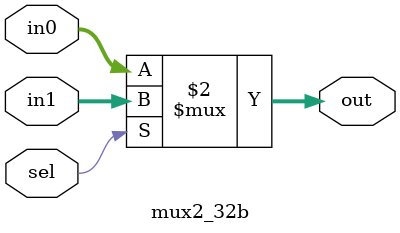
<source format=v>
`timescale 1ns / 1ps

module mux2_32b(
    input [31:0] in0,
    input [31:0] in1,
    input sel,
    output[31:0] out
    );
    assign out=(sel==1'd0)?in0:in1;
endmodule
</source>
